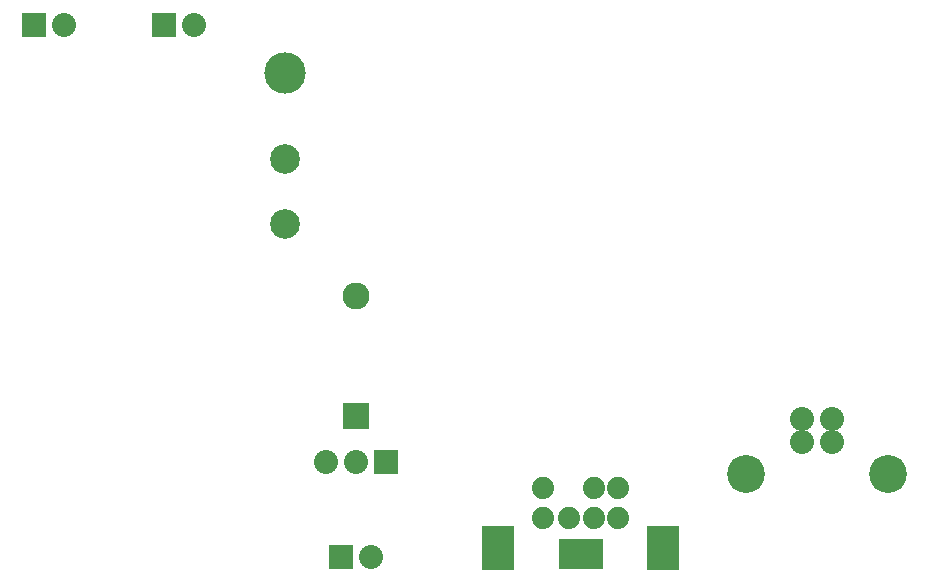
<source format=gbs>
G04 (created by PCBNEW-RS274X (2011-nov-30)-testing) date Sat 05 May 2012 08:26:57 PM EDT*
G01*
G70*
G90*
%MOIN*%
G04 Gerber Fmt 3.4, Leading zero omitted, Abs format*
%FSLAX34Y34*%
G04 APERTURE LIST*
%ADD10C,0.006000*%
%ADD11C,0.098700*%
%ADD12C,0.138100*%
%ADD13C,0.080000*%
%ADD14C,0.126300*%
%ADD15R,0.080000X0.080000*%
%ADD16C,0.074000*%
%ADD17R,0.146000X0.098700*%
%ADD18R,0.105400X0.146000*%
%ADD19C,0.090000*%
%ADD20R,0.090000X0.090000*%
G04 APERTURE END LIST*
G54D10*
G54D11*
X09842Y14449D03*
X09842Y12284D03*
G54D12*
X09842Y17323D03*
G54D13*
X28059Y05787D03*
X27059Y05787D03*
X27059Y05000D03*
X28059Y05000D03*
G54D14*
X29921Y03937D03*
X25197Y03937D03*
G54D15*
X13205Y04330D03*
G54D13*
X12205Y04330D03*
X11205Y04330D03*
G54D15*
X05799Y18898D03*
G54D13*
X06799Y18898D03*
G54D15*
X01468Y18898D03*
G54D13*
X02468Y18898D03*
G54D15*
X11705Y01181D03*
G54D13*
X12705Y01181D03*
G54D16*
X19285Y02468D03*
X20135Y02468D03*
X20935Y03468D03*
X18435Y03468D03*
X18435Y02468D03*
X20935Y02468D03*
G54D17*
X19685Y01268D03*
G54D18*
X22435Y01468D03*
X16935Y01468D03*
G54D16*
X20135Y03468D03*
G54D19*
X12205Y09874D03*
G54D20*
X12205Y05874D03*
M02*

</source>
